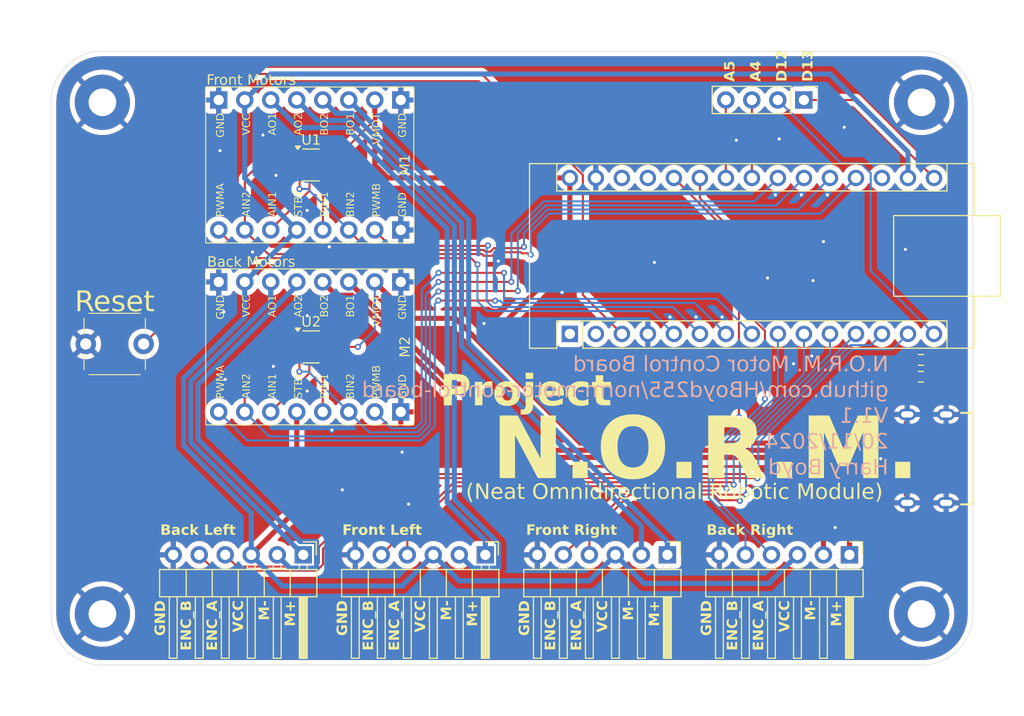
<source format=kicad_pcb>
(kicad_pcb (version 20240108) (generator "pcbnew") (generator_version "8.0")
  (layers (0 "F.Cu" signal) (31 "B.Cu" signal) (34 "B.Paste" user) (35 "F.Paste" user) (36 "B.SilkS" user "B.Silkscreen") (37 "F.SilkS" user "F.Silkscreen") (38 "B.Mask" user) (39 "F.Mask" user) (44 "Edge.Cuts" user))
  (net 0 "")
  (net 1 "GND")
  (net 2 "+3.3V")
  (net 3 "+5V")
  (net 4 "BL_SPEED")
  (net 5 "FL_ENC_B")
  (net 6 "BR_DIR")
  (net 7 "FR_DIR")
  (net 8 "FL_DIR")
  (net 9 "BR_ENC_B")
  (net 10 "BL_ENC_A")
  (net 11 "BR_SPEED")
  (net 12 "FR_SPEED")
  (net 13 "FR_ENC_A")
  (net 14 "BL_DIR")
  (net 15 "FL_SPEED")
  (net 16 "FR_ENC_B")
  (net 17 "BR_ENC_A")
  (net 18 "FL_ENC_A")
  (net 19 "BL_ENC_B")
  (net 20 "FR_M-")
  (net 21 "FL_M+")
  (net 22 "FL_M-")
  (net 23 "FR_M+")
  (net 24 "BL_M-")
  (net 25 "BL_M+")
  (net 26 "BR_M+")
  (net 27 "BR_M-")
  (net 28 "D13")
  (net 29 "A5")
  (net 30 "A4")
  (net 31 "D12")
  (net 32 "/FR_DIR_INV")
  (net 33 "/FL_DIR_INV")
  (net 34 "/BL_DIR_INV")
  (net 35 "/BR_DIR_INV")
  (net 36 "Net-(J5-CC2)")
  (net 37 "Net-(J5-CC1)")
  (net 38 "Net-(A1-~{RESET}-Pad3)")
  (footprint "Connector_PinHeader_2.54mm:PinHeader_1x06_P2.54mm_Horizontal" (layer "F.Cu") (at 112.395 109.22 -90)
    (property "Reference" "J2" (hide yes))
    (property "Value" "Front Left Motor" (hide yes))
  )
  (footprint "MountingHole:MountingHole_2.7mm_M2.5_Pad" (layer "F.Cu") (at 75 115)
    (property "Reference" "H3" (hide yes))
    (property "Value" "MountingHole_Pad")
  )
  (footprint "MountingHole:MountingHole_2.7mm_M2.5_Pad" (layer "F.Cu") (at 155 115)
    (property "Reference" "H4" (hide yes))
    (property "Value" "MountingHole_Pad")
  )
  (footprint "Resistor_SMD:R_0603_1608Metric_Pad0.98x0.95mm_HandSolder" (layer "F.Cu") (at 154.94 90.17)
    (property "Reference" "R3" (hide yes))
    (property "Value" "5.1k" (hide yes))
  )
  (footprint "Pololu_MD08A_Motor_Driver:Pololu_MD08A_Motor_Driver" (layer "F.Cu") (at 95.25 71.12 90)
    (property "Reference" "M1")
    (property "Value" "Front Motors")
  )
  (footprint "Connector_PinHeader_2.54mm:PinHeader_1x06_P2.54mm_Horizontal" (layer "F.Cu") (at 147.955 109.22 -90)
    (property "Reference" "J4" (hide yes))
    (property "Value" "Back Right Motor" (hide yes))
  )
  (footprint "Package_TO_SOT_SMD:SOT-23-6" (layer "F.Cu") (at 95.3825 71.12)
    (property "Reference" "U1")
    (property "Value" "SN74LVC2G14DBV" (hide yes))
  )
  (footprint "Two_Pin_Through_Hole_Push_Button:Two_Pin_Through_Hole_Push_Button" (layer "F.Cu") (at 76.2 88.615)
    (property "Reference" "SW1" (hide yes))
    (property "Value" "Reset")
  )
  (footprint "Resistor_SMD:R_0603_1608Metric_Pad0.98x0.95mm_HandSolder" (layer "F.Cu") (at 154.94 91.821)
    (property "Reference" "R4" (hide yes))
    (property "Value" "5.1k" (hide yes))
  )
  (footprint "USB_C:USB_C" (layer "F.Cu") (at 156.591 99.82 90)
    (property "Reference" "J5" (hide yes))
    (property "Value" "USB4125-GF-A_REVA2" (hide yes))
  )
  (footprint "Module:Arduino_Nano" (layer "F.Cu") (at 120.65 87.63 90)
    (property "Reference" "A1" (hide yes))
    (property "Value" "Arduino Nano 33 BLE" (hide yes))
  )
  (footprint "MountingHole:MountingHole_2.7mm_M2.5_Pad" (layer "F.Cu") (at 75 65)
    (property "Reference" "H1" (hide yes))
    (property "Value" "MountingHole_Pad")
  )
  (footprint "Connector_PinHeader_2.54mm:PinHeader_1x04_P2.54mm_Vertical" (layer "F.Cu") (at 143.5 64.77 -90)
    (property "Reference" "J6" (hide yes))
    (property "Value" "Conn_01x04_Pin" (hide yes))
  )
  (footprint "Connector_PinHeader_2.54mm:PinHeader_1x06_P2.54mm_Horizontal" (layer "F.Cu") (at 130.175 109.22 -90)
    (property "Reference" "J3" (hide yes))
    (property "Value" "Front Right Motor" (hide yes))
  )
  (footprint "Pololu_MD08A_Motor_Driver:Pololu_MD08A_Motor_Driver" (layer "F.Cu") (at 95.25 88.9 90)
    (property "Reference" "M2")
    (property "Value" "Back Motors")
  )
  (footprint "Connector_PinHeader_2.54mm:PinHeader_1x06_P2.54mm_Horizontal" (layer "F.Cu") (at 94.615 109.22 -90)
    (property "Reference" "J1" (hide yes))
    (property "Value" "Back Left Motor" (hide yes))
  )
  (footprint "Package_TO_SOT_SMD:SOT-23-6" (layer "F.Cu") (at 95.3825 88.9)
    (property "Reference" "U2")
    (property "Value" "SN74LVC2G14DBV" (hide yes))
  )
  (footprint "MountingHole:MountingHole_2.7mm_M2.5_Pad" (layer "F.Cu") (at 155 65)
    (property "Reference" "H2" (hide yes))
    (property "Value" "MountingHole_Pad")
  )
  (gr_arc (start 70 65) (mid 71.464466 61.464466) (end 75 60) (stroke (width 0.05)) (layer "Edge.Cuts"))
  (gr_line (start 70 115) (end 70 65) (stroke (width 0.05)) (layer "Edge.Cuts"))
  (gr_arc (start 155 60) (mid 158.535534 61.464466) (end 160 65) (stroke (width 0.05)) (layer "Edge.Cuts"))
  (gr_arc (start 160 115) (mid 158.535534 118.535534) (end 155 120) (stroke (width 0.05)) (layer "Edge.Cuts"))
  (gr_line (start 75 60) (end 155 60) (stroke (width 0.05)) (layer "Edge.Cuts"))
  (gr_arc (start 75 120) (mid 71.464466 118.535534) (end 70 115) (stroke (width 0.05)) (layer "Edge.Cuts"))
  (gr_line (start 155 120) (end 75 120) (stroke (width 0.05)) (layer "Edge.Cuts"))
  (gr_line (start 160 65) (end 160 115) (stroke (width 0.05)) (layer "Edge.Cuts"))
  (gr_text "N.O.R.M. Motor Control Board\ngithub.com/HBoyd255/norm-motor-control-board\nV1.1\n20/11/2024\nHarry Boyd\n\n" (at 151.765 104.14 0) (layer "B.SilkS") (effects (font (size 1.5 1.5) (thickness 0.1)) (justify left bottom mirror)))
  (gr_text "ENC_A" (at 104.14 113.665 90) (layer "F.SilkS") (effects (font (size 1 1) (thickness 0.25) (bold yes)) (justify right bottom)))
  (gr_text "M+" (at 111.76 113.665 90) (layer "F.SilkS") (effects (font (size 1 1) (thickness 0.25) (bold yes)) (justify right bottom)))
  (gr_text "ENC_B" (at 137.16 113.665 90) (layer "F.SilkS") (effects (font (size 1 1) (thickness 0.25) (bold yes)) (justify right bottom)))
  (gr_text "M-" (at 109.22 113.665 90) (layer "F.SilkS") (effects (font (size 1 1) (thickness 0.25) (bold yes)) (justify right bottom)))
  (gr_text "ENC_A" (at 86.36 113.665 90) (layer "F.SilkS") (effects (font (size 1 1) (thickness 0.25) (bold yes)) (justify right bottom)))
  (gr_text "ENC_B" (at 101.6 113.665 90) (layer "F.SilkS") (effects (font (size 1 1) (thickness 0.25) (bold yes)) (justify right bottom)))
  (gr_text "GND" (at 134.62 113.665 90) (layer "F.SilkS") (effects (font (size 1 1) (thickness 0.25) (bold yes)) (justify right bottom)))
  (gr_text "M-" (at 127 113.665 90) (layer "F.SilkS") (effects (font (size 1 1) (thickness 0.25) (bold yes)) (justify right bottom)))
  (gr_text "M+" (at 147.32 113.665 90) (layer "F.SilkS") (effects (font (size 1 1) (thickness 0.25) (bold yes)) (justify right bottom)))
  (gr_text "M-" (at 91.44 113.665 90) (layer "F.SilkS") (effects (font (size 1 1) (thickness 0.25) (bold yes)) (justify right bottom)))
  (gr_text "Back Left" (at 80.645 107.436275 0) (layer "F.SilkS") (effects (font (size 1 1) (thickness 0.25) (bold yes)) (justify left bottom)))
  (gr_text "D13" (at 144.516 62.992 90) (layer "F.SilkS") (effects (font (size 1 1) (thickness 0.25) (bold yes)) (justify left bottom)))
  (gr_text "N.O.R.M." (at 113.03 102.743 0) (layer "F.SilkS") (effects (font (size 6 6) (thickness 0.2) (bold yes)) (justify left bottom)))
  (gr_text "ENC_A" (at 121.92 113.665 90) (layer "F.SilkS") (effects (font (size 1 1) (thickness 0.25) (bold yes)) (justify right bottom)))
  (gr_text "VCC" (at 142.24 113.665 90) (layer "F.SilkS") (effects (font (size 1 1) (thickness 0.25) (bold yes)) (justify right bottom)))
  (gr_text "M+" (at 93.98 113.665 90) (layer "F.SilkS") (effects (font (size 1 1) (thickness 0.25) (bold yes)) (justify right bottom)))
  (gr_text "A4" (at 139.436 62.992 90) (layer "F.SilkS") (effects (font (size 1 1) (thickness 0.25) (bold yes)) (justify left bottom)))
  (gr_text "GND" (at 116.84 113.665 90) (layer "F.SilkS") (effects (font (size 1 1) (thickness 0.25) (bold yes)) (justify right bottom)))
  (gr_text "M-" (at 144.78 113.665 90) (layer "F.SilkS") (effects (font (size 1 1) (thickness 0.25) (bold yes)) (justify right bottom)))
  (gr_text "ENC_B" (at 83.82 113.665 90) (layer "F.SilkS") (effects (font (size 1 1) (thickness 0.25) (bold yes)) (justify right bottom)))
  (gr_text "A5" (at 136.896 62.992 90) (layer "F.SilkS") (effects (font (size 1 1) (thickness 0.25) (bold yes)) (justify left bottom)))
  (gr_text "Front Right" (at 116.371468 107.436275 0) (layer "F.SilkS") (effects (font (size 1 1) (thickness 0.25) (bold yes)) (justify left bottom)))
  (gr_text "Project" (at 107.95 95.123 0) (layer "F.SilkS") (effects (font (size 3 3) (thickness 0.26) (bold yes)) (justify left bottom)))
  (gr_text "VCC" (at 106.68 113.665 90) (layer "F.SilkS") (effects (font (size 1 1) (thickness 0.25) (bold yes)) (justify right bottom)))
  (gr_text "ENC_A" (at 139.7 113.665 90) (layer "F.SilkS") (effects (font (size 1 1) (thickness 0.25) (bold yes)) (justify right bottom)))
  (gr_text "GND" (at 81.28 113.665 90) (layer "F.SilkS") (effects (font (size 1 1) (thickness 0.25) (bold yes)) (justify right bottom)))
  (gr_text "ENC_B" (at 119.38 113.665 90) (layer "F.SilkS") (effects (font (size 1 1) (thickness 0.25) (bold yes)) (justify right bottom)))
  (gr_text "Back Right" (at 133.985 107.436275 0) (layer "F.SilkS") (effects (font (size 1 1) (thickness 0.25) (bold yes)) (justify left bottom)))
  (gr_text "Front Left" (at 98.425 107.436275 0) (layer "F.SilkS") (effects (font (size 1 1) (thickness 0.25) (bold yes)) (justify left bottom)))
  (gr_text "VCC" (at 88.9 113.665 90) (layer "F.SilkS") (effects (font (size 1 1) (thickness 0.25) (bold yes)) (justify right bottom)))
  (gr_text "VCC" (at 124.46 113.665 90) (layer "F.SilkS") (effects (font (size 1 1) (thickness 0.25) (bold yes)) (justify right bottom)))
  (gr_text "D12" (at 141.976 62.992 90) (layer "F.SilkS") (effects (font (size 1 1) (thickness 0.25) (bold yes)) (justify left bottom)))
  (gr_text "Reset" (at 76.2 84.582 0) (layer "F.SilkS") (effects (font (size 2 2) (thickness 0.3))))
  (gr_text "GND" (at 99.06 113.665 90) (layer "F.SilkS") (effects (font (size 1 1) (thickness 0.25) (bold yes)) (justify right bottom)))
  (gr_text "(Neat Omnidirectional Robotic Module)" (at 110.49 104.013 0) (layer "F.SilkS") (effects (font (size 1.5 1.5) (thickness 0.1)) (justify left bottom)))
  (gr_text "M+" (at 129.54 113.665 90) (layer "F.SilkS") (effects (font (size 1 1) (thickness 0.25) (bold yes)) (justify right bottom)))
  (via (at 89.662 79.629) (size 0.6) (drill 0.3) (layers "F.Cu" "B.Cu") (net 1))
  (via (at 128.905 80.645) (size 0.6) (drill 0.3) (layers "F.Cu" "B.Cu") (net 1))
  (via (at 112.141 92.837) (size 0.6) (drill 0.3) (layers "F.Cu" "B.Cu") (net 1))
  (via (at 135.509 85.979) (size 0.6) (drill 0.3) (layers "F.Cu" "B.Cu") (net 1))
  (via (at 101.219 106.553) (size 0.6) (drill 0.3) (layers "F.Cu" "B.Cu") (net 1))
  (via (at 104.267 99.187) (size 0.6) (drill 0.3) (layers "F.Cu" "B.Cu") (net 1))
  (via (at 147.447 67.437) (size 0.6) (drill 0.3) (layers "F.Cu" "B.Cu") (net 1))
  (via (at 94.996 85.852) (size 0.6) (drill 0.3) (layers "F.Cu" "B.Cu") (net 1))
  (via (at 144.272 89.789) (size 0.6) (drill 0.3) (layers "F.Cu" "B.Cu") (net 1))
  (via (at 97.155 79.121) (size 0.6) (drill 0.3) (layers "F.Cu" "B.Cu") (net 1))
  (via (at 146.558 106.553) (size 0.6) (drill 0.3) (layers "F.Cu" "B.Cu") (net 1))
  (via (at 113.665 80.518) (size 0.6) (drill 0.3) (layers "F.Cu" "B.Cu") (net 1))
  (via (at 91.948 72.136) (size 0.6) (drill 0.3) (layers "F.Cu" "B.Cu") (net 1))
  (via (at 143.256 74.041) (size 0.6) (drill 0.3) (layers "F.Cu" "B.Cu") (net 1))
  (via (at 139.954 82.169) (size 0.6) (drill 0.3) (layers "F.Cu" "B.Cu") (net 1))
  (via (at 90.678 68.199) (size 0.6) (drill 0.3) (layers "F.Cu" "B.Cu") (net 1))
  (via (at 141.097 68.58) (size 0.6) (drill 0.3) (layers "F.Cu" "B.Cu") (net 1))
  (via (at 151.003 99.822) (size 0.6) (drill 0.3) (layers "F.Cu" "B.Cu") (net 1))
  (via (at 94.996 93.218) (size 0.6) (drill 0.3) (layers "F.Cu" "B.Cu") (net 1))
  (via (at 142.494 90.551) (size 0.6) (drill 0.3) (layers "F.Cu" "B.Cu") (net 1))
  (via (at 104.902 104.267) (size 0.6) (drill 0.3) (layers "F.Cu" "B.Cu") (net 1))
  (via (at 91.694 90.805) (size 0.6) (drill 0.3) (layers "F.Cu" "B.Cu") (net 1))
  (via (at 86.995 92.075) (size 0.6) (drill 0.3) (layers "F.Cu" "B.Cu") (net 1))
  (via (at 144.399 82.423) (size 0.6) (drill 0.3) (layers "F.Cu" "B.Cu") (net 1))
  (via (at 145.796 74.041) (size 0.6) (drill 0.3) (layers "F.Cu" "B.Cu") (net 1))
  (via (at 119.888 83.566) (size 0.6) (drill 0.3) (layers "F.Cu" "B.Cu") (net 1))
  (via (at 86.487 69.723) (size 0.6) (drill 0.3) (layers "F.Cu" "B.Cu") (net 1))
  (via (at 112.268 86.614) (size 0.6) (drill 0.3) (layers "F.Cu" "B.Cu") (net 1))
  (via (at 136.906 68.707) (size 0.6) (drill 0.3) (layers "F.Cu" "B.Cu") (net 1))
  (via (at 140.716 74.041) (size 0.6) (drill 0.3) (layers "F.Cu" "B.Cu") (net 1))
  (via (at 132.969 85.979) (size 0.6) (drill 0.3) (layers "F.Cu" "B.Cu") (net 1))
  (via (at 86.868 85.471) (size 0.6) (drill 0.3) (layers "F.Cu" "B.Cu") (net 1))
  (via (at 98.425 102.87) (size 0.6) (drill 0.3) (layers "F.Cu" "B.Cu") (net 1))
  (via (at 145.415 78.613) (size 0.6) (drill 0.3) (layers "F.Cu" "B.Cu") (net 1))
  (via (at 130.429 85.979) (size 0.6) (drill 0.3) (layers "F.Cu" "B.Cu") (net 1))
  (via (at 94.996 75.565) (size 0.6) (drill 0.3) (layers "F.Cu" "B.Cu") (net 1))
  (via (at 97.409 97.028) (size 0.6) (drill 0.3) (layers "F.Cu" "B.Cu") (net 1))
  (via (at 153.416 79.375) (size 0.6) (drill 0.3) (layers "F.Cu" "B.Cu") (net 1))
  (segment (start 93.98 104.775) (end 89.535 109.22) (width 0.5) (layer "F.Cu") (net 2))
  (segment (start 93.98 95.25) (end 93.98 104.775) (width 0.5) (layer "F.Cu") (net 2))
  (segment (start 153.67 69.85) (end 153.67 72.39) (width 0.5) (layer "B.Cu") (net 2))
  (segment (start 82.928 91.97705) (end 82.928 98.52295) (width 0.5) (layer "B.Cu") (net 2))
  (segment (start 104.267 112.268) (end 92.583 112.268) (width 0.5) (layer "B.Cu") (net 2))
  (segment (start 88.9 72.39) (end 93.98 77.47) (width 0.5) (layer "B.Cu") (net 2))
  (segment (start 122.555 111.76) (end 125.095 109.22) (width 0.5) (layer "B.Cu") (net 2))
  (segment (start 88.9 82.55) (end 88.9 86.00505) (width 0.5) (layer "B.Cu") (net 2))
  (segment (start 82.928 98.52295) (end 89.535 105.12995) (width 0.5) (layer "B.Cu") (net 2))
  (segment (start 140.081 112.014) (end 127.889 112.014) (width 0.5) (layer "B.Cu") (net 2))
  (segment (start 107.315 109.22) (end 109.855 111.76) (width 0.5) (layer "B.Cu") (net 2))
  (segment (start 89.535 105.12995) (end 89.535 109.22) (width 0.5) (layer "B.Cu") (net 2))
  (segment (start 91.44 62.23) (end 146.05 62.23) (width 0.5) (layer "B.Cu") (net 2))
  (segment (start 92.583 112.268) (end 89.535 109.22) (width 0.5) (layer "B.Cu") (net 2))
  (segment (start 109.855 111.76) (end 122.555 111.76) (width 0.5) (layer "B.Cu") (net 2))
  (segment (start 93.98 77.47) (end 88.9 82.55) (width 0.5) (layer "B.Cu") (net 2))
  (segment (start 107.315 109.22) (end 104.267 112.268) (width 0.5) (layer "B.Cu") (net 2))
  (segment (start 127.889 112.014) (end 125.095 109.22) (width 0.5) (layer "B.Cu") (net 2))
  (segment (start 88.9 64.77) (end 88.9 72.39) (width 0.5) (layer "B.Cu") (net 2))
  (segment (start 88.9 86.00505) (end 82.928 91.97705) (width 0.5) (layer "B.Cu") (net 2))
  (segment (start 142.875 109.22) (end 140.081 112.014) (width 0.5) (layer "B.Cu") (net 2))
  (segment (start 93.98 95.885) (end 93.98 95.25) (width 0.2) (layer "B.Cu") (net 2))
  (segment (start 146.05 62.23) (end 153.67 69.85) (width 0.5) (layer "B.Cu") (net 2))
  (segment (start 88.9 64.77) (end 91.44 62.23) (width 0.5) (layer "B.Cu") (net 2))
  (segment (start 153.511 98.3) (end 147.828 98.3) (width 0.5) (layer "F.Cu") (net 3))
  (segment (start 102.87 72.39) (end 101.6 71.12) (width 0.5) (layer "F.Cu") (net 3))
  (segment (start 97.085184 88.9) (end 96.52 88.9) (width 0.5) (layer "F.Cu") (net 3))
  (segment (start 120.65 72.39) (end 102.87 72.39) (width 0.5) (layer "F.Cu") (net 3))
  (segment (start 112.268 88.9) (end 112.268 88.519) (width 0.5) (layer "F.Cu") (net 3))
  (segment (start 96.52 71.12) (end 97.182499 71.12) (width 0.2) (layer "F.Cu") (net 3))
  (segment (start 105.156 86.106) (end 101.6 82.55) (width 0.5) (layer "F.Cu") (net 3))
  (segment (start 120.65 80.137) (end 120.65 72.39) (width 0.5) (layer "F.Cu") (net 3))
  (segment (start 101.6 66.702499) (end 101.6 64.77) (width 0.2) (layer "F.Cu") (net 3))
  (segment (start 97.182499 71.12) (end 101.6 66.702499) (width 0.2) (layer "F.Cu") (net 3))
  (segment (start 150.868 101.34) (end 147.828 98.3) (width 0.5) (layer "F.Cu") (net 3))
  (segment (start 112.268 88.519) (end 120.65 80.137) (width 0.5) (layer "F.Cu") (net 3))
  (segment (start 109.474 86.106) (end 105.156 86.106) (width 0.5) (layer "F.Cu") (net 3))
  (segment (start 99.949 88.9) (end 96.52 88.9) (width 0.2) (layer "F.Cu") (net 3))
  (segment (start 147.828 98.3) (end 121.668 98.3) (width 0.5) (layer "F.Cu") (net 3))
  (segment (start 153.511 101.34) (end 150.868 101.34) (width 0.5) (layer "F.Cu") (net 3))
  (segment (start 121.668 98.3) (end 112.268 88.9) (width 0.5) (layer "F.Cu") (net 3))
  (segment (start 101.6 71.12) (end 101.6 64.77) (width 0.5) (layer "F.Cu") (net 3))
  (segment (start 112.268 88.9) (end 109.474 86.106) (width 0.5) (layer "F.Cu") (net 3))
  (via (at 99.949 88.9) (size 0.6) (drill 0.3) (layers "F.Cu" "B.Cu") (net 3))
  (segment (start 99.949 88.9) (end 101.6 87.249) (width 0.2) (layer "B.Cu") (net 3))
  (segment (start 101.6 87.249) (end 101.6 82.55) (width 0.2) (layer "B.Cu") (net 3))
  (segment (start 113.32525 84.36925) (end 113.3475 84.3915) (width 0.2) (layer "F.Cu") (net 4))
  (segment (start 107.807 84.36925) (end 113.32525 84.36925) (width 0.2) (layer "F.Cu") (net 4))
  (via (at 113.3475 84.3915) (size 0.6) (drill 0.3) (layers "F.Cu" "B.Cu") (net 4))
  (via (at 107.807 84.36925) (size 0.6) (drill 0.3) (layers "F.Cu" "B.Cu") (net 4))
  (segment (start 107.461 96.635423) (end 106.052423 98.044) (width 0.2) (layer "B.Cu") (net 4))
  (segment (start 89.154 98.044) (end 86.36 95.25) (width 0.2) (layer "B.Cu") (net 4))
  (segment (start 107.461 84.71525) (end 107.461 96.635423) (width 0.2) (layer "B.Cu") (net 4))
  (segment (start 106.052423 98.044) (end 89.154 98.044) (width 0.2) (layer "B.Cu") (net 4))
  (segment (start 132.861 84.601) (end 135.89 87.63) (width 0.2) (layer "B.Cu") (net 4))
  (segment (start 114.053771 84.601) (end 132.861 84.601) (width 0.2) (layer "B.Cu") (net 4))
  (segment (start 113.3475 84.3915) (end 113.844271 84.3915) (width 0.2) (layer "B.Cu") (net 4))
  (segment (start 113.844271 84.3915) (end 114.053771 84.601) (width 0.2) (layer "B.Cu") (net 4))
  (segment (start 107.807 84.36925) (end 107.461 84.71525) (width 0.2) (layer "B.Cu") (net 4))
  (segment (start 109.328 102.127) (end 102.235 109.22) (width 0.2) (layer "F.Cu") (net 5))
  (segment (start 136.652 102.362) (end 136.417 102.127) (width 0.2) (layer "F.Cu") (net 5))
  (segment (start 136.417 102.127) (end 109.328 102.127) (width 0.2) (layer "F.Cu") (net 5))
  (via (at 136.652 102.362) (size 0.6) (drill 0.3) (layers "F.Cu" "B.Cu") (net 5))
  (segment (start 143.51 91.578628) (end 143.51 87.63) (width 0.2) (layer "B.Cu") (net 5))
  (segment (start 136.652 102.362) (end 136.652 98.436628) (width 0.2) (layer "B.Cu") (net 5))
  (segment (start 136.652 98.436628) (end 143.51 91.578628) (width 0.2) (layer "B.Cu") (net 5))
  (segment (start 107.823 82.55) (end 114.935 82.55) (width 0.2) (layer "F.Cu") (net 6))
  (segment (start 94.245 89.85) (end 94.245 91.302) (width 0.2) (layer "F.Cu") (net 6))
  (segment (start 94.245 91.302) (end 94.234 91.313) (width 0.2) (layer "F.Cu") (net 6))
  (via (at 94.234 91.313) (size 0.6) (drill 0.3) (layers "F.Cu" "B.Cu") (net 6))
  (via (at 107.823 82.55) (size 0.6) (drill 0.3) (layers "F.Cu" "B.Cu") (net 6))
  (via (at 114.935 82.55) (size 0.6) (drill 0.3) (layers "F.Cu" "B.Cu") (net 6))
  (segment (start 105.721051 97.244) (end 101.054 97.244) (width 0.2) (layer "B.Cu") (net 6))
  (segment (start 118.11 74.676) (end 138.684 74.676) (width 0.2) (layer "B.Cu") (net 6))
  (segment (start 106.584186 96.380865) (end 105.721051 97.244) (width 0.2) (layer "B.Cu") (net 6))
  (segment (start 138.684 74.676) (end 140.97 72.39) (width 0.2) (layer "B.Cu") (net 6))
  (segment (start 107.823 82.55) (end 106.584186 83.788814) (width 0.2) (layer "B.Cu") (net 6))
  (segment (start 95.123 91.313) (end 99.06 95.25) (width 0.2) (layer "B.Cu") (net 6))
  (segment (start 101.054 97.244) (end 99.06 95.25) (width 0.2) (layer "B.Cu") (net 6))
  (segment (start 106.584186 83.788814) (end 106.584186 96.380865) (width 0.2) (layer "B.Cu") (net 6))
  (segment (start 94.234 91.313) (end 95.123 91.313) (width 0.2) (layer "B.Cu") (net 6))
  (segment (start 114.935 82.55) (end 114.935 77.851) (width 0.2) (layer "B.Cu") (net 6))
  (segment (start 114.935 77.851) (end 118.11 74.676) (width 0.2) (layer "B.Cu") (net 6))
  (segment (start 94.261499 72.004) (end 94.261499 73.456) (width 0.2) (layer "F.Cu") (net 7))
  (segment (start 112.897529 79.594) (end 112.400471 79.594) (width 0.2) (layer "F.Cu") (net 7))
  (segment (start 113.243529 79.248) (end 112.897529 79.594) (width 0.2) (layer "F.Cu") (net 7))
  (segment (start 112.235471 79.429) (end 100.949 79.429) (width 0.2) (layer "F.Cu") (net 7))
  (segment (start 100.949 79.429) (end 99.06 77.54) (width 0.2) (layer "F.Cu") (net 7))
  (segment (start 112.400471 79.594) (end 112.235471 79.429) (width 0.2) (layer "F.Cu") (net 7))
  (segment (start 116.043 79.248) (end 113.243529 79.248) (width 0.2) (layer "F.Cu") (net 7))
  (segment (start 116.17 79.121) (end 116.043 79.248) (width 0.2) (layer "F.Cu") (net 7))
  (via (at 94.250499 73.467) (size 0.6) (drill 0.3) (layers "F.Cu" "B.Cu") (net 7))
  (via (at 116.17 79.121) (size 0.6) (drill 0.3) (layers "F.Cu" "B.Cu") (net 7))
  (segment (start 95.057 73.467) (end 99.06 77.47) (width 0.2) (layer "B.Cu") (net 7))
  (segment (start 94.250499 73.467) (end 95.057 73.467) (width 0.2) (layer "B.Cu") (net 7))
  (segment (start 142.964 75.476) (end 146.05 72.39) (width 0.2) (layer "B.Cu") (net 7))
  (segment (start 116.17 79.121) (end 116.17 77.759) (width 0.2) (layer "B.Cu") (net 7))
  (segment (start 116.17 77.759) (end 118.453 75.476) (width 0.2) (layer "B.Cu") (net 7))
  (segment (start 118.453 75.476) (end 142.964 75.476) (width 0.2) (layer "B.Cu") (net 7))
  (segment (start 91.837499 69.53) (end 88.916499 72.451) (width 0.2) (layer "F.Cu") (net 8))
  (segment (start 116.697877 79.756) (end 115.956471 79.756) (width 0.2) (layer "F.Cu") (net 8))
  (segment (start 112.234785 79.994) (end 112.069786 79.829) (width 0.2) (layer "F.Cu") (net 8))
  (segment (start 116.824877 79.883) (end 116.697877 79.756) (width 0.2) (layer "F.Cu") (net 8))
  (segment (start 115.848471 79.648) (end 113.409215 79.648) (width 0.2) (layer "F.Cu") (net 8))
  (segment (start 93.025 69.53) (end 91.837499 69.53) (width 0.2) (layer "F.Cu") (net 8))
  (segment (start 93.599 70.104) (end 93.025 69.53) (width 0.2) (layer "F.Cu") (net 8))
  (segment (start 113.409215 79.648) (end 113.063215 79.994) (width 0.2) (layer "F.Cu") (net 8))
  (segment (start 91.189 79.829) (end 88.9 77.54) (width 0.2) (layer "F.Cu") (net 8))
  (segment (start 115.956471 79.756) (end 115.848471 79.648) (width 0.2) (layer "F.Cu") (net 8))
  (segment (start 112.069786 79.829) (end 91.189 79.829) (width 0.2) (layer "F.Cu") (net 8))
  (segment (start 88.916499 72.451) (end 88.916499 77.404) (width 0.2) (layer "F.Cu") (net 8))
  (segment (start 113.063215 79.994) (end 112.234785 79.994) (width 0.2) (layer "F.Cu") (net 8))
  (segment (start 94.261499 70.104) (end 93.599 70.104) (width 0.2) (layer "F.Cu") (net 8))
  (via (at 116.824877 79.883) (size 0.6) (drill 0.3) (layers "F.Cu" "B.Cu") (net 8))
  (segment (start 116.824877 79.883) (end 116.824877 77.669809) (width 0.2) (layer "B.Cu") (net 8))
  (segment (start 118.618686 75.876) (end 145.104 75.876) (width 0.2) (layer "B.Cu") (net 8))
  (segment (start 116.824877 77.669809) (end 118.618686 75.876) (width 0.2) (layer "B.Cu") (net 8))
  (segment (start 145.104 75.876) (end 148.59 72.39) (width 0.2) (layer "B.Cu") (net 8))
  (segment (start 137.16 78.74) (end 130.81 72.39) (width 0.2) (layer "F.Cu") (net 9))
  (segment (start 137.16 95.758) (end 137.16 78.74) (width 0.2) (layer "F.Cu") (net 9))
  (via (at 137.16 95.758) (size 0.6) (drill 0.3) (layers "F.Cu" "B.Cu") (net 9))
  (segment (start 137.16 96.23157) (end 134.22 99.17157) (width 0.2) (layer "B.Cu") (net 9))
  (segment (start 137.795 107.245686) (end 137.795 109.22) (width 0.2) (layer "B.Cu") (net 9))
  (segment (start 134.22 99.17157) (end 134.22 103.670686) (width 0.2) (layer "B.Cu") (net 9))
  (segment (start 134.22 103.670686) (end 137.795 107.245686) (width 0.2) (layer "B.Cu") (net 9))
  (segment (start 137.16 95.758) (end 137.16 96.23157) (width 0.2) (layer "B.Cu") (net 9))
  (segment (start 138.452 101.127) (end 138.252 101.327) (width 0.2) (layer "F.Cu") (net 10))
  (segment (start 103.27 101.327) (end 96.139 108.458) (width 0.2) (layer "F.Cu") (net 10))
  (segment (start 95.765 110.37) (end 88.145 110.37) (width 0.2) (layer "F.Cu") (net 10))
  (segment (start 96.139 108.458) (end 96.139 109.996) (width 0.2) (layer "F.Cu") (net 10))
  (segment (start 138.252 101.327) (end 103.27 101.327) (width 0.2) (layer "F.Cu") (net 10))
  (segment (start 96.139 109.996) (end 95.765 110.37) (width 0.2) (layer "F.Cu") (net 10))
  (segment (start 88.145 110.37) (end 86.995 109.22) (width 0.2) (layer "F.Cu") (net 10))
  (via (at 138.452 101.127) (size 0.6) (drill 0.3) (layers "F.Cu" "B.Cu") (net 10))
  (segment (start 150.03 88.73) (end 151.13 87.63) (width 0.2) (layer "B.Cu") (net 10))
  (segment (start 148.055686 88.73) (end 150.03 88.73) (width 0.2) (layer "B.Cu") (net 10))
  (segment (start 138.452 98.333686) (end 148.055686 88.73) (width 0.2) (layer "B.Cu") (net 10))
  (segment (start 138.452 101.127) (end 138.452 98.333686) (width 0.2) (layer "B.Cu") (net 10))
  (segment (start 114.219456 81.661) (end 107.823 81.661) (width 0.2) (layer "F.Cu") (net 11))
  (via (at 114.219456 81.661) (size 0.6) (drill 0.3) (layers "F.Cu" "B.Cu") (net 11))
  (via (at 107.823 81.661) (size 0.6) (drill 0.3) (layers "F.Cu" "B.Cu") (net 11))
  (segment (start 114.219456 84.201) (end 135.001 84.201) (width 0.2) (layer "B.Cu") (net 11))
  (segment (start 135.001 84.201) (end 138.43 87.63) (width 0.2) (layer "B.Cu") (net 11))
  (segment (start 114.219456 81.661) (end 114.219456 84.201) (width 0.2) (layer "B.Cu") (net 11))
  (segment (start 106.184186 96.215179) (end 105.555365 96.844) (width 0.2) (layer "B.Cu") (net 11))
  (segment (start 105.555365 96.844) (end 103.194 96.844) (width 0.2) (layer "B.Cu") (net 11))
  (segment (start 107.823 81.661) (end 106.184186 83.299814) (width 0.2) (layer "B.Cu") (net 11))
  (segment (start 106.184186 83.299814) (end 106.184186 96.215179) (width 0.2) (layer "B.Cu") (net 11))
  (segment (start 103.194 96.844) (end 101.6 95.25) (width 0.2) (layer "B.Cu") (net 11))
  (segment (start 103.089 79.029) (end 101.6 77.54) (width 0.2) (layer "F.Cu") (net 12))
  (segment (start 112.614 79.029) (end 103.089 79.029) (width 0.2) (layer "F.Cu") (net 12))
  (segment (start 112.649 78.994) (end 112.614 79.029) (width 0.2) (layer "F.Cu") (net 12))
  (via (at 112.649 78.994) (size 0.6) (drill 0.3) (layers "F.Cu" "B.Cu") (net 12))
  (segment (start 113.108471 85.001) (end 130.721 85.001) (width 0.2) (layer "B.Cu") (net 12))
  (segment (start 130.721 85.001) (end 133.35 87.63) (width 0.2) (layer "B.Cu") (net 12))
  (segment (start 112.649 78.994) (end 112.522 79.121) (width 0.2) (layer "B.Cu") (net 12))
  (segment (start 112.522 79.121) (end 112.522 84.414529) (width 0.2) (layer "B.Cu") (net 12))
  (segment (start 112.522 84.414529) (end 113.108471 85.001) (width 0.2) (layer "B.Cu") (net 12))
  (segment (start 134.678785 103.327) (end 126.513028 103.327) (width 0.2) (layer "F.Cu") (net 13))
  (segment (start 137.252 103.943) (end 137.195 103.886) (width 0.2) (layer "F.Cu") (net 13))
  (segment (start 122.555 107.285028) (end 122.555 109.22) (width 0.2) (layer "F.Cu") (net 13))
  (segment (start 137.195 103.886) (end 135.237785 103.886) (width 0.2) (layer "F.Cu") (net 13))
  (segment (start 135.237785 103.886) (end 134.678785 103.327) (width 0.2) (layer "F.Cu") (net 13))
  (segment (start 126.513028 103.327) (end 122.555 107.285028) (width 0.2) (layer "F.Cu") (net 13))
  (via (at 137.252 103.943) (size 0.6) (drill 0.3) (layers "F.Cu" "B.Cu") (net 13))
  (segment (start 137.252 103.943) (end 137.252 98.402314) (width 0.2) (layer "B.Cu") (net 13))
  (segment (start 146.05 89.604314) (end 146.05 87.63) (width 0.2) (layer "B.Cu") (net 13))
  (segment (start 137.252 98.402314) (end 146.05 89.604314) (width 0.2) (layer "B.Cu") (net 13))
  (segment (start 94.245 87.95) (end 93.582501 87.95) (width 0.2) (layer "F.Cu") (net 14))
  (segment (start 88.9 90.297) (end 88.9 95.25) (width 0.2) (layer "F.Cu") (net 14))
  (segment (start 91.821 87.376) (end 88.9 90.297) (width 0.2) (layer "F.Cu") (net 14))
  (segment (start 93.008501 87.376) (end 91.821 87.376) (width 0.2) (layer "F.Cu") (net 14))
  (segment (start 115.57 83.439) (end 107.867498 83.439) (width 0.2) (layer "F.Cu") (net 14))
  (segment (start 93.582501 87.95) (end 93.008501 87.376) (width 0.2) (layer "F.Cu") (net 14))
  (segment (start 107.867498 83.439) (end 107.823 83.483498) (width 0.2) (layer "F.Cu") (net 14))
  (via (at 107.823 83.483498) (size 0.6) (drill 0.3) (layers "F.Cu" "B.Cu") (net 14))
  (via (at 115.57 83.439) (size 0.6) (drill 0.3) (layers "F.Cu" "B.Cu") (net 14))
  (segment (start 140.824 75.076) (end 143.51 72.39) (width 0.2) (layer "B.Cu") (net 14))
  (segment (start 88.9 95.25) (end 91.294 97.644) (width 0.2) (layer "B.Cu") (net 14))
  (segment (start 115.57 77.781686) (end 118.275686 75.076) (width 0.2) (layer "B.Cu") (net 14))
  (segment (start 107.574471 83.683501) (end 107.622997 83.683501) (width 0.2) (layer "B.Cu") (net 14))
  (segment (start 105.886737 97.644) (end 106.984186 96.546551) (width 0.2) (layer "B.Cu") (net 14))
  (segment (start 118.275686 75.076) (end 140.824 75.076) (width 0.2) (layer "B.Cu") (net 14))
  (segment (start 115.57 83.439) (end 115.57 77.781686) (width 0.2) (layer "B.Cu") (net 14))
  (segment (start 91.294 97.644) (end 105.886737 97.644) (width 0.2) (layer "B.Cu") (net 14))
  (segment (start 106.984186 96.546551) (end 106.984186 84.273786) (width 0.2) (layer "B.Cu") (net 14))
  (segment (start 107.622997 83.683501) (end 107.823 83.483498) (width 0.2) (layer "B.Cu") (net 14))
  (segment (start 106.984186 84.273786) (end 107.574471 83.683501) (width 0.2) (layer "B.Cu") (net 14))
  (segment (start 111.627529 80.845) (end 111.011529 80.229) (width 0.2) (layer "F.Cu") (net 15))
  (segment (start 111.011529 80.229) (end 89.049 80.229) (width 0.2) (layer "F.Cu") (net 15))
  (segment (start 89.049 80.229) (end 86.36 77.54) (width 0.2) (layer "F.Cu") (net 15))
  (via (at 111.627529 80.845) (size 0.6) (drill 0.3) (layers "F.Cu" "B.Cu") (net 15))
  (segment (start 111.627529 80.845) (end 111.627529 84.449529) (width 0.2) (layer "B.Cu") (net 15))
  (segment (start 128.581 85.401) (end 130.81 87.63) (width 0.2) (layer "B.Cu") (net 15))
  (segment (start 112.579 85.401) (end 128.581 85.401) (width 0.2) (layer "B.Cu") (net 15))
  (segment (start 111.627529 84.449529) (end 112.579 85.401) (width 0.2) (layer "B.Cu") (net 15))
  (segment (start 126.308 102.927) (end 120.015 109.22) (width 0.2) (layer "F.Cu") (net 16))
  (segment (start 134.844471 102.927) (end 126.308 102.927) (width 0.2) (layer "F.Cu") (net 16))
  (segment (start 137.852 103.343) (end 135.260471 103.343) (width 0.2) (layer "F.Cu") (net 16))
  (segment (start 135.260471 103.343) (end 134.844471 102.927) (width 0.2) (layer "F.Cu") (net 16))
  (via (at 137.852 103.343) (size 0.6) (drill 0.3) (layers "F.Cu" "B.Cu") (net 16))
  (segment (start 137.852 103.343) (end 137.852 98.368) (width 0.2) (layer "B.Cu") (net 16))
  (segment (start 137.852 98.368) (end 148.59 87.63) (width 0.2) (layer "B.Cu") (net 16))
  (segment (start 137.56 78.574314) (end 133.35 74.364314) (width 0.2) (layer "F.Cu") (net 17))
  (segment (start 133.35 74.364314) (end 133.35 72.39) (width 0.2) (layer "F.Cu") (net 17))
  (segment (start 139.7 93.974412) (end 139.7 87.344365) (width 0.2) (layer "F.Cu") (net 17))
  (segment (start 139.7 87.344365) (end 137.56 85.204365) (width 0.2) (layer "F.Cu") (net 17))
  (segment (start 137.56 85.204365) (end 137.56 78.574314) (width 0.2) (layer "F.Cu") (net 17))
  (segment (start 139.697206 93.977206) (end 139.7 93.974412) (width 0.2) (layer "F.Cu") (net 17))
  (via (at 139.697206 93.977206) (size 0.6) (drill 0.3) (layers "F.Cu" "B.Cu") (net 17))
  (segment (start 139.697206 93.977206) (end 139.697206 94.26005) (width 0.2) (layer "B.Cu") (net 17))
  (segment (start 139.697206 94.26005) (end 134.62 99.337256) (width 0.2) (layer "B.Cu") (net 17))
  (segment (start 134.62 103.505) (end 140.335 109.22) (width 0.2) (layer "B.Cu") (net 17))
  (segment (start 134.62 99.337256) (end 134.62 103.505) (width 0.2) (layer "B.Cu") (net 17))
  (segment (start 109.493686 102.527) (end 104.775 107.245686) (width 0.2) (layer "F.Cu") (net 18))
  (segment (start 135.732551 102.527) (end 109.493686 102.527) (width 0.2) (layer "F.Cu") (net 18))
  (segment (start 135.948551 102.743) (end 135.732551 102.527) (width 0.2) (layer "F.Cu") (net 18))
  (segment (start 104.775 107.245686) (end 104.775 109.22) (width 0.2) (layer "F.Cu") (net 18))
  (via (at 135.948551 102.743) (size 0.6) (drill 0.3) (layers "F.Cu" "B.Cu") (net 18))
  (segment (start 135.948551 98.574391) (end 140.97 93.552942) (width 0.2) (layer "B.Cu") (net 18))
  (segment (start 140.97 93.552942) (end 140.97 87.63) (width 0.2) (layer "B.Cu") (net 18))
  (segment (start 135.948551 102.743) (end 135.948551 98.574391) (width 0.2) (layer "B.Cu") (net 18))
  (segment (start 95.930686 110.77) (end 86.005 110.77) (width 0.2) (layer "F.Cu") (net 19))
  (segment (start 138.933886 101.727) (end 103.435686 101.727) (width 0.2) (layer "F.Cu") (net 19))
  (segment (start 96.539 110.161686) (end 96.304685 110.396) (width 0.2) (layer "F.Cu") (net 19))
  (segment (start 103.435686 101.727) (end 96.539 108.623686) (width 0.2) (layer "F.Cu") (net 19))
  (segment (start 86.005 110.77) (end 84.455 109.22) (width 0.2) (layer "F.Cu") (net 19))
  (segment (start 96.539 108.623686) (end 96.539 110.161686) (width 0.2) (layer "F.Cu") (net 19))
  (segment (start 138.955539 101.748653) (end 138.933886 101.727) (width 0.2) (layer "F.Cu") (net 19))
  (segment (start 96.304685 110.396) (end 95.930686 110.77) (width 0.2) (layer "F.Cu") (net 19))
  (via (at 138.955539 101.748653) (size 0.6) (drill 0.3) (layers "F.Cu" "B.Cu") (net 19))
  (segment (start 152.17 89.13) (end 153.67 87.63) (width 0.2) (layer "B.Cu") (net 19))
  (segment (start 139.052 101.652192) (end 139.052 98.299372) (width 0.2) (layer "B.Cu") (net 19))
  (segment (start 148.221372 89.13) (end 152.17 89.13) (width 0.2) (layer "B.Cu") (net 19))
  (segment (start 138.955539 101.748653) (end 139.052 101.652192) (width 0.2) (layer "B.Cu") (net 19))
  (segment (start 139.052 98.299372) (end 148.221372 89.13) (width 0.2) (layer "B.Cu") (net 19))
  (segment (start 110.068086 76.768036) (end 99.37005 66.07) (width 0.5) (layer "B.Cu") (net 20))
  (segment (start 127.635 109.22) (end 127.635 106.39995) (width 0.5) (layer "B.Cu") (net 20))
  (segment (start 110.068086 88.833036) (end 110.068086 76.768036) (width 0.5) (layer "B.Cu") (net 20))
  (segment (start 127.635 106.39995) (end 110.068086 88.833036) (width 0.5) (layer "B.Cu") (net 20))
  (segment (start 99.37005 66.07) (end 97.82 66.07) (width 0.5) (layer "B.Cu") (net 20))
  (segment (start 97.82 66.07) (end 96.52 64.77) (width 0.5) (layer "B.Cu") (net 20))
  (segment (start 112.395 107.823) (end 108.668086 104.096086) (width 0.5) (layer "B.Cu") (net 21))
  (segment (start 98.79015 67.47) (end 94.14 67.47) (width 0.5) (layer "B.Cu") (net 21))
  (segment (start 108.668086 104.096086) (end 108.668086 77.347936) (width 0.5) (layer "B.Cu") (net 21))
  (segment (start 112.395 109.22) (end 112.395 107.823) (width 0.5) (layer "B.Cu") (net 21))
  (segment (start 108.668086 77.347936) (end 98.79015 67.47) (width 0.5) (layer "B.Cu") (net 21))
  (segment (start 94.14 67.47) (end 91.44 64.77) (width 0.5) (layer "B.Cu") (net 21))
  (segment (start 109.728 109.093) (end 109.855 109.22) (width 0.2) (layer "F.Cu") (net 22))
  (segment (start 99.0801 66.77) (end 109.368086 77.057986) (width 0.5) (layer "B.Cu") (net 22))
  (segment (start 109.855 109.22) (end 110.109 108.966) (width 0.5) (layer "B.Cu") (net 22))
  (segment (start 93.98 64.77) (end 95.98 66.77) (width 0.5) (layer "B.Cu") (net 22))
  (segment (start 113.695 110.52) (end 111.155 110.52) (width 0.5) (layer "B.Cu") (net 22))
  (segment (start 95.98 66.77) (end 99.0801 66.77) (width 0.5) (layer "B.Cu") (net 22))
  (segment (start 109.368086 77.057986) (end 109.368086 103.806136) (width 0.5) (layer "B.Cu") (net 22))
  (segment (start 109.368086 103.806136) (end 113.695 108.13305) (width 0.5) (layer "B.Cu") (net 22))
  (segment (start 111.155 110.52) (end 109.855 109.22) (width 0.5) (layer "B.Cu") (net 22))
  (segment (start 113.695 108.13305) (end 113.695 110.52) (width 0.5) (layer "B.Cu") (net 22))
  (segment (start 130.175 109.22) (end 130.175 107.95) (width 0.5) (layer "B.Cu") (net 23))
  (segment (start 110.768086 76.478086) (end 99.06 64.77) (width 0.5) (layer "B.Cu") (net 23))
  (segment (start 130.175 107.95) (end 110.768086 88.543086) (width 0.5) (layer "B.Cu") (net 23))
  (segment (start 110.768086 88.543086) (end 110.768086 76.478086) (width 0.5) (layer "B.Cu") (net 23))
  (segment (start 95.915 107.92) (end 95.915 110.52) (width 0.5) (layer "B.Cu") (net 24))
  (segment (start 94.30495 107.92) (end 95.915 107.92) (width 0.5) (layer "B.Cu") (net 24))
  (segment (start 84.328 92.55695) (end 84.328 97.94305) (width 0.5) (layer "B.Cu") (net 24))
  (segment (start 93.98 82.55) (end 93.98 82.90495) (width 0.5) (layer "B.Cu") (net 24))
  (segment (start 93.315 110.52) (end 92.075 109.28) (width 0.5) (layer "B.Cu") (net 24))
  (segment (start 95.915 110.52) (end 93.315 110.52) (width 0.5) (layer "B.Cu") (net 24))
  (segment (start 93.98 82.90495) (end 84.328 92.55695) (width 0.5) (layer "B.Cu") (net 24))
  (segment (start 92.075 109.28) (end 92.075 109.22) (width 0.5) (layer "B.Cu") (net 24))
  (segment (start 84.328 97.94305) (end 94.30495 107.92) (width 0.5) (layer "B.Cu") (net 24))
  (segment (start 83.628 92.267) (end 83.628 98.233) (width 0.5) (layer "B.Cu") (net 25))
  (segment (start 83.628 98.233) (end 94.615 109.22) (width 0.5) (layer "B.Cu") (net 25))
  (segment (start 91.44 84.455) (end 83.628 92.267) (width 0.5) (layer "B.Cu") (net 25))
  (segment (start 91.44 82.55) (end 91.44 84.455) (width 0.5) (layer "B.Cu") (net 25))
  (segment (start 109.030734 92.520734) (end 110.528684 92.520734) (width 0.5) (layer "F.Cu") (net 26))
  (segment (start 117.00795 99) (end 140.318264 99) (width 0.5) (layer "F.Cu") (net 26))
  (segment (start 140.318264 99) (end 147.955 106.636736) (width 0.5) (layer "F.Cu") (net 26))
  (segment (start 110.528684 92.520734) (end 117.00795 99) (width 0.5) (layer "F.Cu") (net 26))
  (segment (start 99.06 82.55) (end 109.030734 92.520734) (width 0.5) (layer "F.Cu") (net 26))
  (segment (start 147.955 106.636736) (end 147.955 109.22) (width 0.5) (layer "F.Cu") (net 26))
  (segment (start 99.37005 83.85) (end 97.82 83.85) (width 0.5) (layer "F.Cu") (net 27))
  (segment (start 116.718 99.7) (end 110.363 93.345) (width 0.5) (layer "F.Cu") (net 27))
  (segment (start 140.028314 99.7) (end 116.718 99.7) (width 0.5) (layer "F.Cu") (net 27))
  (segment (start 145.415 105.086686) (end 140.028314 99.7) (width 0.5) (layer "F.Cu") (net 27))
  (segment (start 145.415 109.22) (end 145.415 105.086686) (width 0.5) (layer "F.Cu") (net 27))
  (segment (start 108.86505 93.345) (end 99.37005 83.85) (width 0.5) (layer "F.Cu") (net 27))
  (segment (start 110.363 93.345) (end 108.86505 93.345) (width 0.5) (layer "F.Cu") (net 27))
  (segment (start 97.82 83.85) (end 96.52 82.55) (width 0.5) (layer "F.Cu") (net 27))
  (segment (start 148.59 64.77) (end 156.21 72.39) (width 0.2) (layer "F.Cu") (net 28))
  (segment (start 143.5 64.77) (end 148.59 64.77) (width 0.2) (layer "F.Cu") (net 28))
  (segment (start 135.88 72.38) (end 135.89 72.39) (width 0.2) (layer "F.Cu") (net 29))
  (segment (start 135.88 64.77) (end 135.88 72.38) (width 0.2) (layer "F.Cu") (net 29))
  (segment (start 138.43 72.39) (end 138.43 64.78) (width 0.2) (layer "F.Cu") (net 30))
  (segment (start 138.43 64.78) (end 138.42 64.77) (width 0.2) (layer "F.Cu") (net 30))
  (segment (start 147.15 70.96) (end 149.055635 70.96) (width 0.2) (layer "B.Cu") (net 31))
  (segment (start 140.96 64.77) (end 147.15 70.96) (width 0.2) (layer "B.Cu") (net 31))
  (segment (start 150.03 71.934365) (end 150.03 81.45) (width 0.2) (layer "B.Cu") (net 31))
  (segment (start 150.03 81.45) (end 156.21 87.63) (width 0.2) (layer "B.Cu") (net 31))
  (segment (start 149.055635 70.96) (end 150.03 71.934365) (width 0.2) (layer "B.Cu") (net 31))
  (segment (start 96.536499 72.004) (end 96.536499 77.404) (width 0.2) (layer "F.Cu") (net 32))
  (segment (start 95.223999 70.754001) (end 95.223999 73.6365) (width 0.2) (layer "F.Cu") (net 33))
  (segment (start 95.874 70.104) (end 95.223999 70.754001) (width 0.2) (layer "F.Cu") (net 33))
  (segment (start 96.536499 70.104) (end 95.874 70.104) (width 0.2) (layer "F.Cu") (net 33))
  (segment (start 95.223999 73.6365) (end 91.456499 77.404) (width 0.2) (layer "F.Cu") (net 33))
  (segment (start 95.2075 91.4825) (end 91.44 95.25) (width 0.2) (layer "F.Cu") (net 34))
  (segment (start 95.2075 88.600001) (end 95.2075 91.4825) (width 0.2) (layer "F.Cu") (net 34))
  (segment (start 96.52 87.95) (end 95.857501 87.95) (width 0.2) (layer "F.Cu") (net 34))
  (segment (start 95.857501 87.95) (end 95.2075 88.600001) (width 0.2) (layer "F.Cu") (net 34))
  (segment (start 96.52 89.85) (end 96.52 95.25) (width 0.2) (layer "F.Cu") (net 35))
  (segment (start 155.8525 92.9405) (end 155.321 93.472) (width 0.2) (layer "F.Cu") (net 36))
  (segment (start 154.834314 99.32) (end 153.511 99.32) (width 0.2) (layer "F.Cu") (net 36))
  (segment (start 155.321 93.472) (end 155.321 98.833314) (width 0.2) (layer "F.Cu") (net 36))
  (segment (start 155.321 98.833314) (end 154.834314 99.32) (width 0.2) (layer "F.Cu") (net 36))
  (segment (start 155.8525 91.821) (end 155.8525 92.9405) (width 0.2) (layer "F.Cu") (net 36))
  (segment (start 155.721 93.834) (end 156.64 92.915) (width 0.2) (layer "F.Cu") (net 37))
  (segment (start 153.511 100.32) (end 154.4 100.32) (width 0.2) (layer "F.Cu") (net 37))
  (segment (start 154.4 100.32) (end 155.721 98.999) (width 0.2) (layer "F.Cu") (net 37))
  (segment (start 156.64 90.9575) (end 155.8525 90.17) (width 0.2) (layer "F.Cu") (net 37))
  (segment (start 156.64 92.915) (end 156.64 90.9575) (width 0.2) (layer "F.Cu") (net 37))
  (segment (start 155.721 98.999) (end 155.721 93.834) (width 0.2) (layer "F.Cu") (net 37))
  (segment (start 80.645 86.995) (end 79.025 88.615) (width 0.2) (layer "F.Cu") (net 38))
  (segment (start 121.92 83.82) (end 121.92 72.104365) (width 0.2) (layer "F.Cu") (net 38))
  (segment (start 121.92 72.104365) (end 112.045635 62.23) (width 0.2) (layer "F.Cu") (net 38))
  (segment (start 83.185 62.23) (end 80.645 64.77) (width 0.2) (layer "F.Cu") (net 38))
  (segment (start 112.045635 62.23) (end 83.185 62.23) (width 0.2) (layer "F.Cu") (net 38))
  (segment (start 80.645 64.77) (end 80.645 86.995) (width 0.2) (layer "F.Cu") (net 38))
  (segment (start 125.73 87.63) (end 121.92 83.82) (width 0.2) (layer "F.Cu") (net 38))
  (zone (net 1) (net_name "GND") (layers "F&B.Cu") (connect_pads (clearance 0.5)) (min_thickness 0.25) (fill yes (thermal_gap 0.5) (thermal_bridge_width 0.5))
    (polygon (pts (xy 165 55) (xy 65 55) (xy 65 125) (xy 165 125)))
  )
)
</source>
